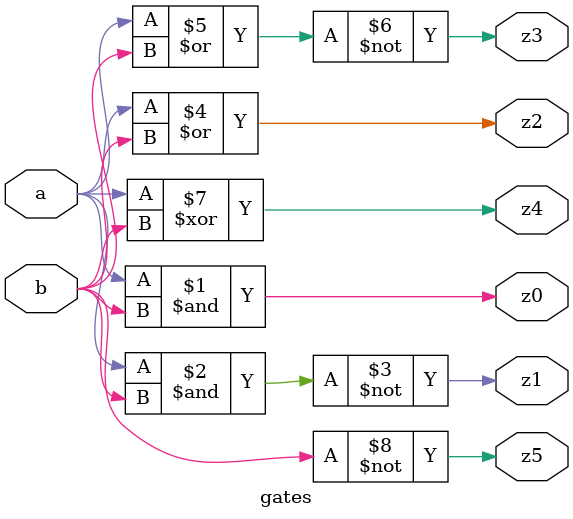
<source format=v>
`timescale 1ns / 1ps
module gates(
    input a,
    input b,
    output z0, z1, z2, z3, z4, z5
);
    assign z0 = a & b;
    assign z1 = ~(a & b);
    assign z2 = a | b;
    assign z3 = ~(a | b);
    assign z4 = a ^ b;
    assign z5 = ~b;
endmodule

</source>
